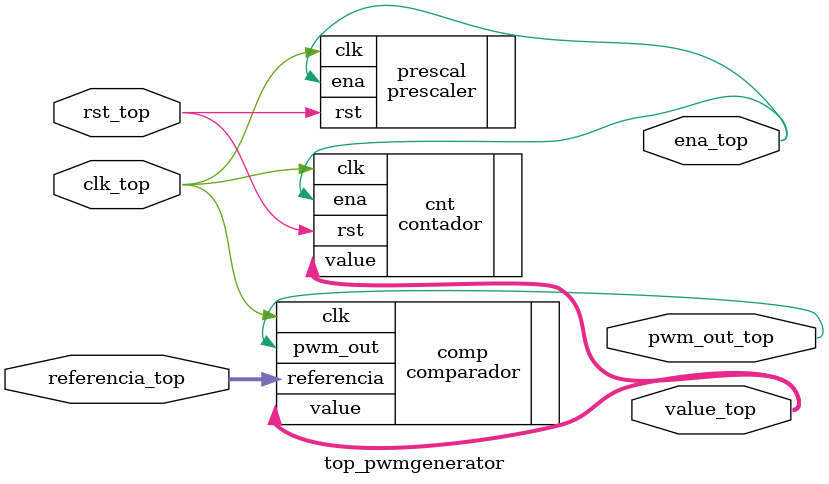
<source format=v>
module top_pwmgenerator #(parameter FRECUENCY_BITS=10, parameter RESOLUTION_BITS=8)(
//inputs
input clk_top, rst_top,
input [RESOLUTION_BITS-1 : 0] referencia_top,
//outputs
output ena_top,
output [RESOLUTION_BITS-1 :0] value_top,
output pwm_out_top
);

//Instanciando Prescaler
prescaler #( .COUNTER_SIZE(FRECUENCY_BITS)) prescal(
//inputs
	.clk	(clk_top),
	.rst	(rst_top),
//outputs	
	.ena	(ena_top)
);

//Instanciando contador de n bits
contador #( .RESOLUTION_BITS(RESOLUTION_BITS)) cnt(
//inputs
	.clk	(clk_top),
	.rst	(rst_top),
	.ena	(ena_top),
//output
	.value (value_top)
);

//Instanciando comparador
comparador #( .RESOLUTION_BITS(RESOLUTION_BITS)) comp(
//inputs
	.clk	(clk_top),
	.value(value_top),
	.referencia	(referencia_top),
//outputs
	.pwm_out(pwm_out_top)
);

endmodule

</source>
